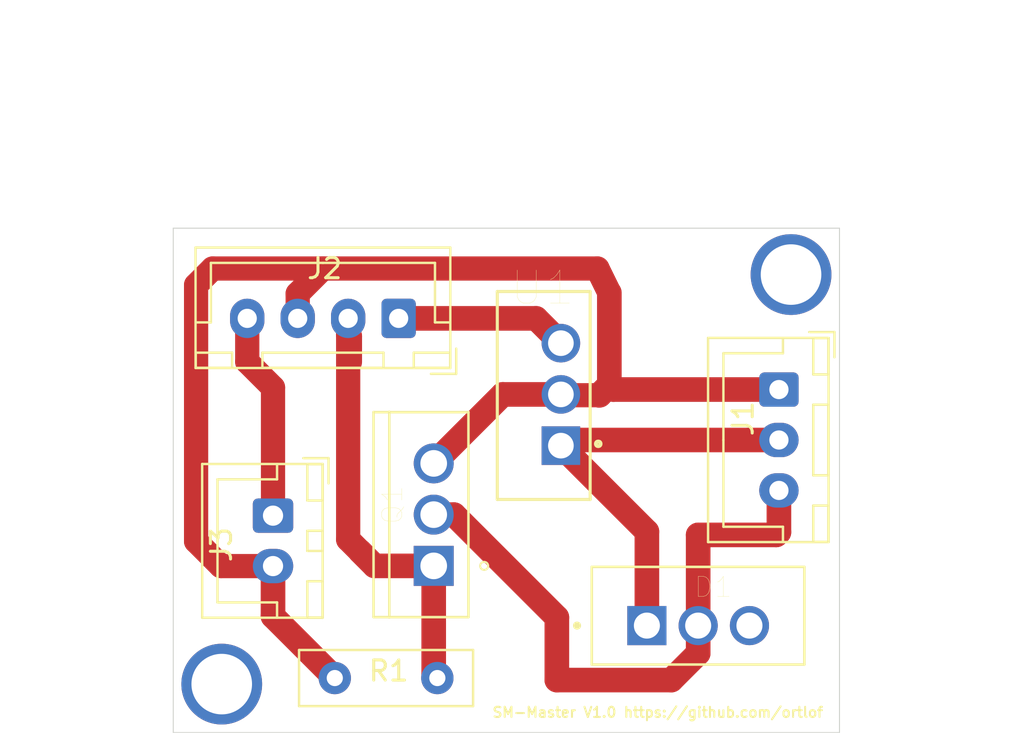
<source format=kicad_pcb>
(kicad_pcb (version 20171130) (host pcbnew "(5.1.5)-3")

  (general
    (thickness 1.6)
    (drawings 5)
    (tracks 51)
    (zones 0)
    (modules 7)
    (nets 7)
  )

  (page A4)
  (layers
    (0 F.Cu signal)
    (31 B.Cu signal)
    (32 B.Adhes user)
    (33 F.Adhes user)
    (34 B.Paste user)
    (35 F.Paste user)
    (36 B.SilkS user)
    (37 F.SilkS user)
    (38 B.Mask user)
    (39 F.Mask user)
    (40 Dwgs.User user)
    (41 Cmts.User user)
    (42 Eco1.User user)
    (43 Eco2.User user)
    (44 Edge.Cuts user)
    (45 Margin user)
    (46 B.CrtYd user)
    (47 F.CrtYd user)
    (48 B.Fab user)
    (49 F.Fab user)
  )

  (setup
    (last_trace_width 1.22)
    (user_trace_width 1.22)
    (trace_clearance 0.2)
    (zone_clearance 0.508)
    (zone_45_only no)
    (trace_min 0.2)
    (via_size 0.8)
    (via_drill 0.4)
    (via_min_size 0.4)
    (via_min_drill 0.3)
    (user_via 2 1.3)
    (user_via 4 3)
    (uvia_size 0.3)
    (uvia_drill 0.1)
    (uvias_allowed no)
    (uvia_min_size 0.2)
    (uvia_min_drill 0.1)
    (edge_width 0.05)
    (segment_width 0.2)
    (pcb_text_width 0.3)
    (pcb_text_size 1.5 1.5)
    (mod_edge_width 0.12)
    (mod_text_size 1 1)
    (mod_text_width 0.15)
    (pad_size 1.524 1.524)
    (pad_drill 0.762)
    (pad_to_mask_clearance 0.051)
    (solder_mask_min_width 0.25)
    (aux_axis_origin 0 0)
    (visible_elements 7FFFFFFF)
    (pcbplotparams
      (layerselection 0x010fc_ffffffff)
      (usegerberextensions true)
      (usegerberattributes false)
      (usegerberadvancedattributes false)
      (creategerberjobfile false)
      (excludeedgelayer true)
      (linewidth 0.100000)
      (plotframeref false)
      (viasonmask false)
      (mode 1)
      (useauxorigin false)
      (hpglpennumber 1)
      (hpglpenspeed 20)
      (hpglpendiameter 15.000000)
      (psnegative false)
      (psa4output false)
      (plotreference true)
      (plotvalue true)
      (plotinvisibletext false)
      (padsonsilk true)
      (subtractmaskfromsilk false)
      (outputformat 1)
      (mirror false)
      (drillshape 0)
      (scaleselection 1)
      (outputdirectory "C:/Users/Admin/Documents/Projets/SM-Magnet/Electro/SM-Magnet/bohrdaten/"))
  )

  (net 0 "")
  (net 1 "Net-(D1-Pad2)")
  (net 2 "Net-(D1-Pad1)")
  (net 3 "Net-(J1-Pad1)")
  (net 4 "Net-(J2-Pad4)")
  (net 5 "Net-(J2-Pad2)")
  (net 6 "Net-(J2-Pad1)")

  (net_class Default "Dies ist die voreingestellte Netzklasse."
    (clearance 0.2)
    (trace_width 0.25)
    (via_dia 0.8)
    (via_drill 0.4)
    (uvia_dia 0.3)
    (uvia_drill 0.1)
    (add_net "Net-(D1-Pad1)")
    (add_net "Net-(D1-Pad2)")
    (add_net "Net-(J1-Pad1)")
    (add_net "Net-(J2-Pad1)")
    (add_net "Net-(J2-Pad2)")
    (add_net "Net-(J2-Pad4)")
  )

  (net_class Standard ""
    (clearance 0.3)
    (trace_width 1.2)
    (via_dia 2.5)
    (via_drill 1.3)
    (uvia_dia 1)
    (uvia_drill 0.5)
  )

  (module SM-Magnet:TO254P1053X483X1985-3 (layer F.Cu) (tedit 5E870BCB) (tstamp 5E86374E)
    (at 49 36.2)
    (path /5E887A94)
    (fp_text reference D1 (at 0.75 -1.906) (layer F.SilkS)
      (effects (font (size 1 1) (thickness 0.015)))
    )
    (fp_text value BYV79-100 (at 15.55 -0.806 270) (layer F.Fab)
      (effects (font (size 1 1) (thickness 0.015)))
    )
    (fp_line (start -5.27 -2.91) (end 5.26 -2.91) (layer F.Fab) (width 0.127))
    (fp_line (start 5.26 -2.91) (end 5.26 1.93) (layer F.Fab) (width 0.127))
    (fp_line (start 5.26 1.93) (end -5.27 1.93) (layer F.Fab) (width 0.127))
    (fp_line (start -5.27 1.93) (end -5.27 -2.91) (layer F.Fab) (width 0.127))
    (fp_line (start -5.27 -2.91) (end -5.27 1.93) (layer F.SilkS) (width 0.127))
    (fp_line (start -5.27 1.93) (end 5.26 1.93) (layer F.SilkS) (width 0.127))
    (fp_line (start 5.26 1.93) (end 5.26 -2.91) (layer F.SilkS) (width 0.127))
    (fp_line (start 5.26 -2.91) (end -5.27 -2.91) (layer F.SilkS) (width 0.127))
    (fp_line (start -5.52 -3.16) (end 5.51 -3.16) (layer F.CrtYd) (width 0.05))
    (fp_line (start 5.51 -3.16) (end 5.51 2.18) (layer F.CrtYd) (width 0.05))
    (fp_line (start 5.51 2.18) (end -5.52 2.18) (layer F.CrtYd) (width 0.05))
    (fp_line (start -5.52 2.18) (end -5.52 -3.16) (layer F.CrtYd) (width 0.05))
    (fp_circle (center -6 0) (end -5.9 0) (layer F.Fab) (width 0.2))
    (fp_circle (center -6 0) (end -5.9 0) (layer F.SilkS) (width 0.2))
    (pad 1 thru_hole rect (at -2.54 0) (size 1.94 1.94) (drill 1.29) (layers *.Cu *.Mask)
      (net 2 "Net-(D1-Pad1)"))
    (pad 2 thru_hole circle (at 0 0) (size 1.94 1.94) (drill 1.29) (layers *.Cu *.Mask)
      (net 1 "Net-(D1-Pad2)"))
    (pad 3 thru_hole circle (at 2.54 0) (size 1.94 1.94) (drill 1.29) (layers *.Cu *.Mask))
  )

  (module Resistor_THT:R_Box_L8.4mm_W2.5mm_P5.08mm (layer F.Cu) (tedit 5AE5139B) (tstamp 5E875F03)
    (at 31 38.8)
    (descr "Resistor, Box series, Radial, pin pitch=5.08mm, 0.5W = 1/2W, length*width=8.38*2.54mm^2, http://www.vishay.com/docs/60051/cns020.pdf")
    (tags "Resistor Box series Radial pin pitch 5.08mm 0.5W = 1/2W length 8.38mm width 2.54mm")
    (path /5E8A0F76)
    (fp_text reference R1 (at 2.667 -0.354) (layer F.SilkS)
      (effects (font (size 1 1) (thickness 0.15)))
    )
    (fp_text value R (at 1.441 -0.354) (layer F.Fab)
      (effects (font (size 1 1) (thickness 0.15)))
    )
    (fp_text user %R (at 2.667 -0.127) (layer F.Fab)
      (effects (font (size 1 1) (thickness 0.15)))
    )
    (fp_line (start 6.98 -1.52) (end -1.91 -1.52) (layer F.CrtYd) (width 0.05))
    (fp_line (start 6.98 1.52) (end 6.98 -1.52) (layer F.CrtYd) (width 0.05))
    (fp_line (start -1.91 1.52) (end 6.98 1.52) (layer F.CrtYd) (width 0.05))
    (fp_line (start -1.91 -1.52) (end -1.91 1.52) (layer F.CrtYd) (width 0.05))
    (fp_line (start 6.85 -1.39) (end 6.85 1.39) (layer F.SilkS) (width 0.12))
    (fp_line (start -1.77 -1.39) (end -1.77 1.39) (layer F.SilkS) (width 0.12))
    (fp_line (start -1.77 1.39) (end 6.85 1.39) (layer F.SilkS) (width 0.12))
    (fp_line (start -1.77 -1.39) (end 6.85 -1.39) (layer F.SilkS) (width 0.12))
    (fp_line (start 6.73 -1.27) (end -1.65 -1.27) (layer F.Fab) (width 0.1))
    (fp_line (start 6.73 1.27) (end 6.73 -1.27) (layer F.Fab) (width 0.1))
    (fp_line (start -1.65 1.27) (end 6.73 1.27) (layer F.Fab) (width 0.1))
    (fp_line (start -1.65 -1.27) (end -1.65 1.27) (layer F.Fab) (width 0.1))
    (pad 2 thru_hole circle (at 5.08 0) (size 1.6 1.6) (drill 0.8) (layers *.Cu *.Mask)
      (net 5 "Net-(J2-Pad2)"))
    (pad 1 thru_hole circle (at 0 0) (size 1.6 1.6) (drill 0.8) (layers *.Cu *.Mask)
      (net 3 "Net-(J1-Pad1)"))
    (model ${KISYS3DMOD}/Resistor_THT.3dshapes/R_Box_L8.4mm_W2.5mm_P5.08mm.wrl
      (at (xyz 0 0 0))
      (scale (xyz 1 1 1))
      (rotate (xyz 0 0 0))
    )
  )

  (module SM-Magnet:TO254P460X1020X1945-3P (layer F.Cu) (tedit 5E870493) (tstamp 5E8780A8)
    (at 42.2 24.74 180)
    (path /5E88266A)
    (fp_text reference U1 (at 0.91 5.281) (layer F.SilkS)
      (effects (font (size 1.641882 1.641882) (thickness 0.015)))
    )
    (fp_text value L7805ABV (at 21.91 15.281) (layer F.Fab)
      (effects (font (size 1.640575 1.640575) (thickness 0.015)))
    )
    (fp_line (start -1.45 -5.207) (end 3.15 -5.207) (layer F.SilkS) (width 0.1524))
    (fp_line (start 3.15 -5.207) (end 3.15 5.1) (layer F.SilkS) (width 0.1524))
    (fp_line (start 3.15 5.1) (end -1.45 5.1) (layer F.SilkS) (width 0.1524))
    (fp_line (start -1.45 5.1) (end -1.45 -5.207) (layer F.SilkS) (width 0.1524))
    (fp_line (start -1.7 -5.5) (end 3.4 -5.5) (layer F.CrtYd) (width 0.05))
    (fp_line (start 3.4 -5.5) (end 3.4 5.5) (layer F.CrtYd) (width 0.05))
    (fp_line (start 3.4 5.5) (end -1.7 5.5) (layer F.CrtYd) (width 0.05))
    (fp_line (start -1.7 5.5) (end -1.7 -5.5) (layer F.CrtYd) (width 0.05))
    (fp_circle (center -1.85 -2.45) (end -1.738197 -2.45) (layer F.SilkS) (width 0.2))
    (pad 1 thru_hole rect (at 0 -2.54 180) (size 1.91 1.91) (drill 1.27) (layers *.Cu *.Mask)
      (net 2 "Net-(D1-Pad1)"))
    (pad 2 thru_hole circle (at 0 0 180) (size 1.91 1.91) (drill 1.27) (layers *.Cu *.Mask)
      (net 3 "Net-(J1-Pad1)"))
    (pad 3 thru_hole circle (at 0 2.54 180) (size 1.91 1.91) (drill 1.27) (layers *.Cu *.Mask)
      (net 6 "Net-(J2-Pad1)"))
  )

  (module Transformer_THT:TRANS_RFP30N06LE (layer F.Cu) (tedit 5E8707C5) (tstamp 5E87734F)
    (at 35.9 30.7 90)
    (path /5E89D7EE)
    (fp_text reference Q1 (at 0.488 -2.044 90) (layer F.SilkS)
      (effects (font (size 1.001567 1.001567) (thickness 0.015)))
    )
    (fp_text value RFP30N06LE (at 18.988 4.956 90) (layer F.Fab)
      (effects (font (size 1.001622 1.001622) (thickness 0.015)))
    )
    (fp_line (start -5.1 -2.2) (end 5.1 -2.2) (layer F.SilkS) (width 0.127))
    (fp_circle (center -2.54 2.5) (end -2.34 2.5) (layer F.SilkS) (width 0.1))
    (fp_line (start -5.29 2) (end -5.29 -3.23) (layer F.CrtYd) (width 0.05))
    (fp_line (start 5.46 2) (end -5.29 2) (layer F.CrtYd) (width 0.05))
    (fp_line (start 5.46 -3.23) (end 5.46 2) (layer F.CrtYd) (width 0.05))
    (fp_line (start -5.29 -3.23) (end 5.46 -3.23) (layer F.CrtYd) (width 0.05))
    (fp_line (start -5.08 -2.98) (end -5.08 1.72) (layer F.SilkS) (width 0.127))
    (fp_line (start 5.08 -2.98) (end -5.08 -2.98) (layer F.SilkS) (width 0.127))
    (fp_line (start 5.08 1.72) (end 5.08 -2.98) (layer F.SilkS) (width 0.127))
    (fp_line (start -5.08 1.72) (end 5.08 1.72) (layer F.SilkS) (width 0.127))
    (pad 3 thru_hole circle (at 2.54 0 90) (size 1.98 1.98) (drill 1.32) (layers *.Cu *.Mask)
      (net 3 "Net-(J1-Pad1)"))
    (pad 2 thru_hole circle (at 0 0 90) (size 1.98 1.98) (drill 1.32) (layers *.Cu *.Mask)
      (net 1 "Net-(D1-Pad2)"))
    (pad 1 thru_hole rect (at -2.54 0 90) (size 1.98 1.98) (drill 1.32) (layers *.Cu *.Mask)
      (net 5 "Net-(J2-Pad2)"))
  )

  (module Connector_JST:JST_XH_B3B-XH-A_1x03_P2.50mm_Vertical (layer F.Cu) (tedit 5C28146C) (tstamp 5E87BB31)
    (at 53 24.5 270)
    (descr "JST XH series connector, B3B-XH-A (http://www.jst-mfg.com/product/pdf/eng/eXH.pdf), generated with kicad-footprint-generator")
    (tags "connector JST XH vertical")
    (path /5E8BBC4E)
    (fp_text reference J1 (at 1.44 1.778 90) (layer F.SilkS)
      (effects (font (size 1 1) (thickness 0.15)))
    )
    (fp_text value Conn_01x03_Female (at -11.59 7.197 90) (layer F.Fab)
      (effects (font (size 1 1) (thickness 0.15)))
    )
    (fp_text user %R (at 2.5 2.7 90) (layer F.Fab)
      (effects (font (size 1 1) (thickness 0.15)))
    )
    (fp_line (start -2.85 -2.75) (end -2.85 -1.5) (layer F.SilkS) (width 0.12))
    (fp_line (start -1.6 -2.75) (end -2.85 -2.75) (layer F.SilkS) (width 0.12))
    (fp_line (start 6.8 2.75) (end 2.5 2.75) (layer F.SilkS) (width 0.12))
    (fp_line (start 6.8 -0.2) (end 6.8 2.75) (layer F.SilkS) (width 0.12))
    (fp_line (start 7.55 -0.2) (end 6.8 -0.2) (layer F.SilkS) (width 0.12))
    (fp_line (start -1.8 2.75) (end 2.5 2.75) (layer F.SilkS) (width 0.12))
    (fp_line (start -1.8 -0.2) (end -1.8 2.75) (layer F.SilkS) (width 0.12))
    (fp_line (start -2.55 -0.2) (end -1.8 -0.2) (layer F.SilkS) (width 0.12))
    (fp_line (start 7.55 -2.45) (end 5.75 -2.45) (layer F.SilkS) (width 0.12))
    (fp_line (start 7.55 -1.7) (end 7.55 -2.45) (layer F.SilkS) (width 0.12))
    (fp_line (start 5.75 -1.7) (end 7.55 -1.7) (layer F.SilkS) (width 0.12))
    (fp_line (start 5.75 -2.45) (end 5.75 -1.7) (layer F.SilkS) (width 0.12))
    (fp_line (start -0.75 -2.45) (end -2.55 -2.45) (layer F.SilkS) (width 0.12))
    (fp_line (start -0.75 -1.7) (end -0.75 -2.45) (layer F.SilkS) (width 0.12))
    (fp_line (start -2.55 -1.7) (end -0.75 -1.7) (layer F.SilkS) (width 0.12))
    (fp_line (start -2.55 -2.45) (end -2.55 -1.7) (layer F.SilkS) (width 0.12))
    (fp_line (start 4.25 -2.45) (end 0.75 -2.45) (layer F.SilkS) (width 0.12))
    (fp_line (start 4.25 -1.7) (end 4.25 -2.45) (layer F.SilkS) (width 0.12))
    (fp_line (start 0.75 -1.7) (end 4.25 -1.7) (layer F.SilkS) (width 0.12))
    (fp_line (start 0.75 -2.45) (end 0.75 -1.7) (layer F.SilkS) (width 0.12))
    (fp_line (start 0 -1.35) (end 0.625 -2.35) (layer F.Fab) (width 0.1))
    (fp_line (start -0.625 -2.35) (end 0 -1.35) (layer F.Fab) (width 0.1))
    (fp_line (start 7.95 -2.85) (end -2.95 -2.85) (layer F.CrtYd) (width 0.05))
    (fp_line (start 7.95 3.9) (end 7.95 -2.85) (layer F.CrtYd) (width 0.05))
    (fp_line (start -2.95 3.9) (end 7.95 3.9) (layer F.CrtYd) (width 0.05))
    (fp_line (start -2.95 -2.85) (end -2.95 3.9) (layer F.CrtYd) (width 0.05))
    (fp_line (start 7.56 -2.46) (end -2.56 -2.46) (layer F.SilkS) (width 0.12))
    (fp_line (start 7.56 3.51) (end 7.56 -2.46) (layer F.SilkS) (width 0.12))
    (fp_line (start -2.56 3.51) (end 7.56 3.51) (layer F.SilkS) (width 0.12))
    (fp_line (start -2.56 -2.46) (end -2.56 3.51) (layer F.SilkS) (width 0.12))
    (fp_line (start 7.45 -2.35) (end -2.45 -2.35) (layer F.Fab) (width 0.1))
    (fp_line (start 7.45 3.4) (end 7.45 -2.35) (layer F.Fab) (width 0.1))
    (fp_line (start -2.45 3.4) (end 7.45 3.4) (layer F.Fab) (width 0.1))
    (fp_line (start -2.45 -2.35) (end -2.45 3.4) (layer F.Fab) (width 0.1))
    (pad 3 thru_hole oval (at 5 0 270) (size 1.7 1.95) (drill 0.95) (layers *.Cu *.Mask)
      (net 1 "Net-(D1-Pad2)"))
    (pad 2 thru_hole oval (at 2.5 0 270) (size 1.7 1.95) (drill 0.95) (layers *.Cu *.Mask)
      (net 2 "Net-(D1-Pad1)"))
    (pad 1 thru_hole roundrect (at 0 0 270) (size 1.7 1.95) (drill 0.95) (layers *.Cu *.Mask) (roundrect_rratio 0.147059)
      (net 3 "Net-(J1-Pad1)"))
    (model ${KISYS3DMOD}/Connector_JST.3dshapes/JST_XH_B3B-XH-A_1x03_P2.50mm_Vertical.wrl
      (at (xyz 0 0 0))
      (scale (xyz 1 1 1))
      (rotate (xyz 0 0 0))
    )
  )

  (module Connector_JST:JST_XH_B2B-XH-A_1x02_P2.50mm_Vertical (layer F.Cu) (tedit 5C28146C) (tstamp 5E875EF0)
    (at 27.94 30.75 270)
    (descr "JST XH series connector, B2B-XH-A (http://www.jst-mfg.com/product/pdf/eng/eXH.pdf), generated with kicad-footprint-generator")
    (tags "connector JST XH vertical")
    (path /5E89D216)
    (fp_text reference J3 (at 1.433 2.559 90) (layer F.SilkS)
      (effects (font (size 1 1) (thickness 0.15)))
    )
    (fp_text value Conn_01x02_Female (at -0.567 11.559 90) (layer F.Fab)
      (effects (font (size 1 1) (thickness 0.15)))
    )
    (fp_text user %R (at 1.433 2.559 90) (layer F.Fab)
      (effects (font (size 1 1) (thickness 0.15)))
    )
    (fp_line (start -2.85 -2.75) (end -2.85 -1.5) (layer F.SilkS) (width 0.12))
    (fp_line (start -1.6 -2.75) (end -2.85 -2.75) (layer F.SilkS) (width 0.12))
    (fp_line (start 4.3 2.75) (end 1.25 2.75) (layer F.SilkS) (width 0.12))
    (fp_line (start 4.3 -0.2) (end 4.3 2.75) (layer F.SilkS) (width 0.12))
    (fp_line (start 5.05 -0.2) (end 4.3 -0.2) (layer F.SilkS) (width 0.12))
    (fp_line (start -1.8 2.75) (end 1.25 2.75) (layer F.SilkS) (width 0.12))
    (fp_line (start -1.8 -0.2) (end -1.8 2.75) (layer F.SilkS) (width 0.12))
    (fp_line (start -2.55 -0.2) (end -1.8 -0.2) (layer F.SilkS) (width 0.12))
    (fp_line (start 5.05 -2.45) (end 3.25 -2.45) (layer F.SilkS) (width 0.12))
    (fp_line (start 5.05 -1.7) (end 5.05 -2.45) (layer F.SilkS) (width 0.12))
    (fp_line (start 3.25 -1.7) (end 5.05 -1.7) (layer F.SilkS) (width 0.12))
    (fp_line (start 3.25 -2.45) (end 3.25 -1.7) (layer F.SilkS) (width 0.12))
    (fp_line (start -0.75 -2.45) (end -2.55 -2.45) (layer F.SilkS) (width 0.12))
    (fp_line (start -0.75 -1.7) (end -0.75 -2.45) (layer F.SilkS) (width 0.12))
    (fp_line (start -2.55 -1.7) (end -0.75 -1.7) (layer F.SilkS) (width 0.12))
    (fp_line (start -2.55 -2.45) (end -2.55 -1.7) (layer F.SilkS) (width 0.12))
    (fp_line (start 1.75 -2.45) (end 0.75 -2.45) (layer F.SilkS) (width 0.12))
    (fp_line (start 1.75 -1.7) (end 1.75 -2.45) (layer F.SilkS) (width 0.12))
    (fp_line (start 0.75 -1.7) (end 1.75 -1.7) (layer F.SilkS) (width 0.12))
    (fp_line (start 0.75 -2.45) (end 0.75 -1.7) (layer F.SilkS) (width 0.12))
    (fp_line (start 0 -1.35) (end 0.625 -2.35) (layer F.Fab) (width 0.1))
    (fp_line (start -0.625 -2.35) (end 0 -1.35) (layer F.Fab) (width 0.1))
    (fp_line (start 5.45 -2.85) (end -2.95 -2.85) (layer F.CrtYd) (width 0.05))
    (fp_line (start 5.45 3.9) (end 5.45 -2.85) (layer F.CrtYd) (width 0.05))
    (fp_line (start -2.95 3.9) (end 5.45 3.9) (layer F.CrtYd) (width 0.05))
    (fp_line (start -2.95 -2.85) (end -2.95 3.9) (layer F.CrtYd) (width 0.05))
    (fp_line (start 5.06 -2.46) (end -2.56 -2.46) (layer F.SilkS) (width 0.12))
    (fp_line (start 5.06 3.51) (end 5.06 -2.46) (layer F.SilkS) (width 0.12))
    (fp_line (start -2.56 3.51) (end 5.06 3.51) (layer F.SilkS) (width 0.12))
    (fp_line (start -2.56 -2.46) (end -2.56 3.51) (layer F.SilkS) (width 0.12))
    (fp_line (start 4.95 -2.35) (end -2.45 -2.35) (layer F.Fab) (width 0.1))
    (fp_line (start 4.95 3.4) (end 4.95 -2.35) (layer F.Fab) (width 0.1))
    (fp_line (start -2.45 3.4) (end 4.95 3.4) (layer F.Fab) (width 0.1))
    (fp_line (start -2.45 -2.35) (end -2.45 3.4) (layer F.Fab) (width 0.1))
    (pad 2 thru_hole oval (at 2.5 0 270) (size 1.7 2) (drill 1) (layers *.Cu *.Mask)
      (net 3 "Net-(J1-Pad1)"))
    (pad 1 thru_hole roundrect (at 0 0 270) (size 1.7 2) (drill 1) (layers *.Cu *.Mask) (roundrect_rratio 0.147059)
      (net 4 "Net-(J2-Pad4)"))
    (model ${KISYS3DMOD}/Connector_JST.3dshapes/JST_XH_B2B-XH-A_1x02_P2.50mm_Vertical.wrl
      (at (xyz 0 0 0))
      (scale (xyz 1 1 1))
      (rotate (xyz 0 0 0))
    )
  )

  (module Connector_JST:JST_XH_B4B-XH-A_1x04_P2.50mm_Vertical (layer F.Cu) (tedit 5C28146C) (tstamp 5E875EBD)
    (at 34.163 20.971 180)
    (descr "JST XH series connector, B4B-XH-A (http://www.jst-mfg.com/product/pdf/eng/eXH.pdf), generated with kicad-footprint-generator")
    (tags "connector JST XH vertical")
    (path /5E87064A)
    (fp_text reference J2 (at 3.663 2.471) (layer F.SilkS)
      (effects (font (size 1 1) (thickness 0.15)))
    )
    (fp_text value Conn_01x04_Female (at 4.163 6.471) (layer F.Fab)
      (effects (font (size 1 1) (thickness 0.15)))
    )
    (fp_text user %R (at 3.75 2.471) (layer F.Fab)
      (effects (font (size 1 1) (thickness 0.15)))
    )
    (fp_line (start -2.85 -2.75) (end -2.85 -1.5) (layer F.SilkS) (width 0.12))
    (fp_line (start -1.6 -2.75) (end -2.85 -2.75) (layer F.SilkS) (width 0.12))
    (fp_line (start 9.3 2.75) (end 3.75 2.75) (layer F.SilkS) (width 0.12))
    (fp_line (start 9.3 -0.2) (end 9.3 2.75) (layer F.SilkS) (width 0.12))
    (fp_line (start 10.05 -0.2) (end 9.3 -0.2) (layer F.SilkS) (width 0.12))
    (fp_line (start -1.8 2.75) (end 3.75 2.75) (layer F.SilkS) (width 0.12))
    (fp_line (start -1.8 -0.2) (end -1.8 2.75) (layer F.SilkS) (width 0.12))
    (fp_line (start -2.55 -0.2) (end -1.8 -0.2) (layer F.SilkS) (width 0.12))
    (fp_line (start 10.05 -2.45) (end 8.25 -2.45) (layer F.SilkS) (width 0.12))
    (fp_line (start 10.05 -1.7) (end 10.05 -2.45) (layer F.SilkS) (width 0.12))
    (fp_line (start 8.25 -1.7) (end 10.05 -1.7) (layer F.SilkS) (width 0.12))
    (fp_line (start 8.25 -2.45) (end 8.25 -1.7) (layer F.SilkS) (width 0.12))
    (fp_line (start -0.75 -2.45) (end -2.55 -2.45) (layer F.SilkS) (width 0.12))
    (fp_line (start -0.75 -1.7) (end -0.75 -2.45) (layer F.SilkS) (width 0.12))
    (fp_line (start -2.55 -1.7) (end -0.75 -1.7) (layer F.SilkS) (width 0.12))
    (fp_line (start -2.55 -2.45) (end -2.55 -1.7) (layer F.SilkS) (width 0.12))
    (fp_line (start 6.75 -2.45) (end 0.75 -2.45) (layer F.SilkS) (width 0.12))
    (fp_line (start 6.75 -1.7) (end 6.75 -2.45) (layer F.SilkS) (width 0.12))
    (fp_line (start 0.75 -1.7) (end 6.75 -1.7) (layer F.SilkS) (width 0.12))
    (fp_line (start 0.75 -2.45) (end 0.75 -1.7) (layer F.SilkS) (width 0.12))
    (fp_line (start 0 -1.35) (end 0.625 -2.35) (layer F.Fab) (width 0.1))
    (fp_line (start -0.625 -2.35) (end 0 -1.35) (layer F.Fab) (width 0.1))
    (fp_line (start 10.45 -2.85) (end -2.95 -2.85) (layer F.CrtYd) (width 0.05))
    (fp_line (start 10.45 3.9) (end 10.45 -2.85) (layer F.CrtYd) (width 0.05))
    (fp_line (start -2.95 3.9) (end 10.45 3.9) (layer F.CrtYd) (width 0.05))
    (fp_line (start -2.95 -2.85) (end -2.95 3.9) (layer F.CrtYd) (width 0.05))
    (fp_line (start 10.06 -2.46) (end -2.56 -2.46) (layer F.SilkS) (width 0.12))
    (fp_line (start 10.06 3.51) (end 10.06 -2.46) (layer F.SilkS) (width 0.12))
    (fp_line (start -2.56 3.51) (end 10.06 3.51) (layer F.SilkS) (width 0.12))
    (fp_line (start -2.56 -2.46) (end -2.56 3.51) (layer F.SilkS) (width 0.12))
    (fp_line (start 9.95 -2.35) (end -2.45 -2.35) (layer F.Fab) (width 0.1))
    (fp_line (start 9.95 3.4) (end 9.95 -2.35) (layer F.Fab) (width 0.1))
    (fp_line (start -2.45 3.4) (end 9.95 3.4) (layer F.Fab) (width 0.1))
    (fp_line (start -2.45 -2.35) (end -2.45 3.4) (layer F.Fab) (width 0.1))
    (pad 4 thru_hole oval (at 7.5 0 180) (size 1.7 1.95) (drill 0.95) (layers *.Cu *.Mask)
      (net 4 "Net-(J2-Pad4)"))
    (pad 3 thru_hole oval (at 5 0 180) (size 1.7 1.95) (drill 0.95) (layers *.Cu *.Mask)
      (net 3 "Net-(J1-Pad1)"))
    (pad 2 thru_hole oval (at 2.5 0 180) (size 1.7 1.95) (drill 0.95) (layers *.Cu *.Mask)
      (net 5 "Net-(J2-Pad2)"))
    (pad 1 thru_hole roundrect (at 0 0 180) (size 1.7 1.95) (drill 0.95) (layers *.Cu *.Mask) (roundrect_rratio 0.147059)
      (net 6 "Net-(J2-Pad1)"))
    (model ${KISYS3DMOD}/Connector_JST.3dshapes/JST_XH_B4B-XH-A_1x04_P2.50mm_Vertical.wrl
      (at (xyz 0 0 0))
      (scale (xyz 1 1 1))
      (rotate (xyz 0 0 0))
    )
  )

  (gr_line (start 23 41.5) (end 23 16.5) (layer Edge.Cuts) (width 0.05))
  (gr_line (start 56 41.5) (end 23 41.5) (layer Edge.Cuts) (width 0.05))
  (gr_line (start 56 16.5) (end 56 41.5) (layer Edge.Cuts) (width 0.05))
  (gr_line (start 23 16.5) (end 56 16.5) (layer Edge.Cuts) (width 0.05))
  (gr_text "SM-Master V1.0 https://github.com/ortlof" (at 47 40.5) (layer F.SilkS)
    (effects (font (size 0.5 0.5) (thickness 0.1)))
  )

  (via (at 25.4 39.1) (size 4) (drill 3) (layers F.Cu B.Cu) (net 0))
  (via (at 53.6 18.8) (size 4) (drill 3) (layers F.Cu B.Cu) (net 0))
  (segment (start 36.905998 30.7) (end 42 35.794002) (width 1.22) (layer F.Cu) (net 1))
  (segment (start 35.9 30.7) (end 36.905998 30.7) (width 1.22) (layer F.Cu) (net 1))
  (segment (start 42 35.794002) (end 42 38.9) (width 1.22) (layer F.Cu) (net 1))
  (segment (start 49 31.705) (end 49 36.2) (width 1.22) (layer F.Cu) (net 1))
  (segment (start 49 37.571787) (end 49 36.2) (width 1.22) (layer F.Cu) (net 1))
  (segment (start 47.671787 38.9) (end 49 37.571787) (width 1.22) (layer F.Cu) (net 1))
  (segment (start 42 38.9) (end 47.671787 38.9) (width 1.22) (layer F.Cu) (net 1))
  (segment (start 53 31.57) (end 53 29.5) (width 1.22) (layer F.Cu) (net 1))
  (segment (start 52.865 31.705) (end 53 31.57) (width 1.22) (layer F.Cu) (net 1))
  (segment (start 49 31.705) (end 52.865 31.705) (width 1.22) (layer F.Cu) (net 1))
  (segment (start 42.48 27) (end 42.2 27.28) (width 1.22) (layer F.Cu) (net 2))
  (segment (start 53 27) (end 42.48 27) (width 1.22) (layer F.Cu) (net 2))
  (segment (start 46.46 31.54) (end 42.2 27.28) (width 1.22) (layer F.Cu) (net 2))
  (segment (start 46.46 36.2) (end 46.46 31.54) (width 1.22) (layer F.Cu) (net 2))
  (segment (start 29.337 21.145) (end 29.163 20.971) (width 1.2) (layer F.Cu) (net 3))
  (segment (start 29.163 20.971) (end 29.163 19.746) (width 1.2) (layer F.Cu) (net 3))
  (segment (start 29.163 19.746) (end 30.409 18.5) (width 1.2) (layer F.Cu) (net 3))
  (segment (start 30.409 18.5) (end 44.011 18.5) (width 1.2) (layer F.Cu) (net 3))
  (segment (start 41.91 24.781) (end 44.069 24.781) (width 1.2) (layer F.Cu) (net 3))
  (segment (start 44.069 24.781) (end 44.45 24.4) (width 1.2) (layer F.Cu) (net 3))
  (segment (start 25.36 33.25) (end 27.94 33.25) (width 1.2) (layer F.Cu) (net 3))
  (segment (start 24.13 32.02) (end 25.36 33.25) (width 1.2) (layer F.Cu) (net 3))
  (segment (start 24.13 19.32) (end 24.13 32.02) (width 1.2) (layer F.Cu) (net 3))
  (segment (start 30.409 18.5) (end 24.95 18.5) (width 1.2) (layer F.Cu) (net 3))
  (segment (start 24.95 18.5) (end 24.13 19.32) (width 1.2) (layer F.Cu) (net 3))
  (segment (start 44.119 24.781) (end 44.6 24.3) (width 1.22) (layer F.Cu) (net 3))
  (segment (start 44.069 24.781) (end 44.119 24.781) (width 1.22) (layer F.Cu) (net 3))
  (segment (start 44.011 18.5) (end 44.6 19.7) (width 1.2) (layer F.Cu) (net 3))
  (segment (start 44.6 24.3) (end 44.6 19.7) (width 1.22) (layer F.Cu) (net 3))
  (segment (start 39.32 24.74) (end 42.2 24.74) (width 1.22) (layer F.Cu) (net 3))
  (segment (start 35.9 28.16) (end 39.32 24.74) (width 1.22) (layer F.Cu) (net 3))
  (segment (start 27.94 35.74) (end 31 38.8) (width 1.22) (layer F.Cu) (net 3))
  (segment (start 27.94 33.25) (end 27.94 35.74) (width 1.22) (layer F.Cu) (net 3))
  (segment (start 44.8 24.5) (end 44.6 24.3) (width 1.22) (layer F.Cu) (net 3))
  (segment (start 53 24.5) (end 44.8 24.5) (width 1.22) (layer F.Cu) (net 3))
  (segment (start 27.94 30.75) (end 27.94 24.4) (width 1.2) (layer F.Cu) (net 4))
  (segment (start 26.663 23.123) (end 26.663 20.971) (width 1.2) (layer F.Cu) (net 4))
  (segment (start 27.94 24.4) (end 26.663 23.123) (width 1.2) (layer F.Cu) (net 4))
  (segment (start 31.663 20.971) (end 31.663 21.773) (width 1.2) (layer F.Cu) (net 5))
  (segment (start 31.663 21.773) (end 31.75 21.86) (width 1.2) (layer F.Cu) (net 5))
  (segment (start 31.75 21.86) (end 31.75 23.13) (width 1.2) (layer F.Cu) (net 5))
  (segment (start 31.663 20.971) (end 31.663 31.933) (width 1.2) (layer F.Cu) (net 5))
  (segment (start 31.663 31.933) (end 32.258 32.528) (width 1.2) (layer F.Cu) (net 5))
  (segment (start 32.97 33.24) (end 35.9 33.24) (width 1.22) (layer F.Cu) (net 5))
  (segment (start 32.258 32.528) (end 32.97 33.24) (width 1.22) (layer F.Cu) (net 5))
  (segment (start 35.9 38.62) (end 36.08 38.8) (width 1.22) (layer F.Cu) (net 5))
  (segment (start 35.9 33.24) (end 35.9 38.62) (width 1.22) (layer F.Cu) (net 5))
  (segment (start 40.971 20.971) (end 42.2 22.2) (width 1.22) (layer F.Cu) (net 6))
  (segment (start 34.163 20.971) (end 40.971 20.971) (width 1.22) (layer F.Cu) (net 6))

)

</source>
